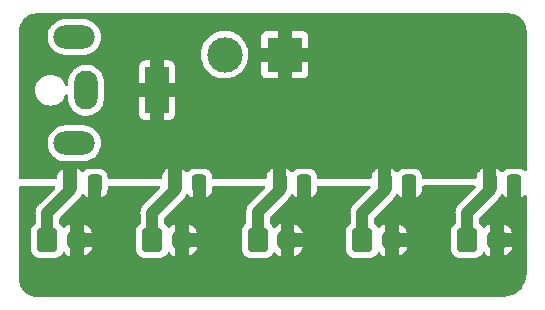
<source format=gtl>
%TF.GenerationSoftware,KiCad,Pcbnew,(6.0.8)*%
%TF.CreationDate,2023-01-24T15:15:15-07:00*%
%TF.ProjectId,Power,506f7765-722e-46b6-9963-61645f706362,rev?*%
%TF.SameCoordinates,Original*%
%TF.FileFunction,Copper,L1,Top*%
%TF.FilePolarity,Positive*%
%FSLAX46Y46*%
G04 Gerber Fmt 4.6, Leading zero omitted, Abs format (unit mm)*
G04 Created by KiCad (PCBNEW (6.0.8)) date 2023-01-24 15:15:15*
%MOMM*%
%LPD*%
G01*
G04 APERTURE LIST*
G04 Aperture macros list*
%AMRoundRect*
0 Rectangle with rounded corners*
0 $1 Rounding radius*
0 $2 $3 $4 $5 $6 $7 $8 $9 X,Y pos of 4 corners*
0 Add a 4 corners polygon primitive as box body*
4,1,4,$2,$3,$4,$5,$6,$7,$8,$9,$2,$3,0*
0 Add four circle primitives for the rounded corners*
1,1,$1+$1,$2,$3*
1,1,$1+$1,$4,$5*
1,1,$1+$1,$6,$7*
1,1,$1+$1,$8,$9*
0 Add four rect primitives between the rounded corners*
20,1,$1+$1,$2,$3,$4,$5,0*
20,1,$1+$1,$4,$5,$6,$7,0*
20,1,$1+$1,$6,$7,$8,$9,0*
20,1,$1+$1,$8,$9,$2,$3,0*%
G04 Aperture macros list end*
%TA.AperFunction,ComponentPad*%
%ADD10O,1.700000X2.000000*%
%TD*%
%TA.AperFunction,ComponentPad*%
%ADD11RoundRect,0.250000X-0.600000X-0.750000X0.600000X-0.750000X0.600000X0.750000X-0.600000X0.750000X0*%
%TD*%
%TA.AperFunction,SMDPad,CuDef*%
%ADD12RoundRect,0.250000X-0.337500X-0.475000X0.337500X-0.475000X0.337500X0.475000X-0.337500X0.475000X0*%
%TD*%
%TA.AperFunction,ComponentPad*%
%ADD13R,2.000000X4.000000*%
%TD*%
%TA.AperFunction,ComponentPad*%
%ADD14O,2.000000X3.300000*%
%TD*%
%TA.AperFunction,ComponentPad*%
%ADD15O,3.500000X2.000000*%
%TD*%
%TA.AperFunction,ComponentPad*%
%ADD16R,3.000000X3.000000*%
%TD*%
%TA.AperFunction,ComponentPad*%
%ADD17C,3.000000*%
%TD*%
%TA.AperFunction,Conductor*%
%ADD18C,1.000000*%
%TD*%
G04 APERTURE END LIST*
D10*
%TO.P,J7,2,Pin_2*%
%TO.N,GND*%
X152482500Y-103700000D03*
D11*
%TO.P,J7,1,Pin_1*%
%TO.N,+5V*%
X149982500Y-103700000D03*
%TD*%
D10*
%TO.P,J6,2,Pin_2*%
%TO.N,GND*%
X143592500Y-103700000D03*
D11*
%TO.P,J6,1,Pin_1*%
%TO.N,+5V*%
X141092500Y-103700000D03*
%TD*%
D10*
%TO.P,J5,2,Pin_2*%
%TO.N,GND*%
X134742500Y-103700000D03*
D11*
%TO.P,J5,1,Pin_1*%
%TO.N,+5V*%
X132242500Y-103700000D03*
%TD*%
D10*
%TO.P,J4,2,Pin_2*%
%TO.N,GND*%
X125812500Y-103700000D03*
D11*
%TO.P,J4,1,Pin_1*%
%TO.N,+5V*%
X123312500Y-103700000D03*
%TD*%
D10*
%TO.P,J3,2,Pin_2*%
%TO.N,GND*%
X116922500Y-103700000D03*
D11*
%TO.P,J3,1,Pin_1*%
%TO.N,+5V*%
X114422500Y-103700000D03*
%TD*%
D12*
%TO.P,C1,1*%
%TO.N,+5V*%
X116344000Y-98874000D03*
%TO.P,C1,2*%
%TO.N,GND*%
X118419000Y-98874000D03*
%TD*%
D13*
%TO.P,J2,1*%
%TO.N,+5V*%
X123700000Y-91000000D03*
D14*
%TO.P,J2,2*%
%TO.N,GND*%
X117700000Y-91000000D03*
D15*
%TO.P,J2,MP*%
X116700000Y-95500000D03*
X116700000Y-86500000D03*
%TD*%
D12*
%TO.P,C2,1*%
%TO.N,+5V*%
X125212500Y-98874000D03*
%TO.P,C2,2*%
%TO.N,GND*%
X127287500Y-98874000D03*
%TD*%
%TO.P,C4,1*%
%TO.N,+5V*%
X151861000Y-98874000D03*
%TO.P,C4,2*%
%TO.N,GND*%
X153936000Y-98874000D03*
%TD*%
D16*
%TO.P,J1,1,Pin_1*%
%TO.N,+5V*%
X134510000Y-88000000D03*
D17*
%TO.P,J1,2,Pin_2*%
%TO.N,GND*%
X129430000Y-88000000D03*
%TD*%
D12*
%TO.P,C3,1*%
%TO.N,+5V*%
X134081000Y-98874000D03*
%TO.P,C3,2*%
%TO.N,GND*%
X136156000Y-98874000D03*
%TD*%
%TO.P,C5,1*%
%TO.N,+5V*%
X142971000Y-98874000D03*
%TO.P,C5,2*%
%TO.N,GND*%
X145046000Y-98874000D03*
%TD*%
D18*
%TO.N,+5V*%
X151861000Y-99492500D02*
X151861000Y-98874000D01*
X149982500Y-101371000D02*
X151861000Y-99492500D01*
X149982500Y-103700000D02*
X149982500Y-101371000D01*
X141092500Y-101371000D02*
X142971000Y-99492500D01*
X142971000Y-99492500D02*
X142971000Y-98874000D01*
X141092500Y-103700000D02*
X141092500Y-101371000D01*
X134081000Y-99492500D02*
X134081000Y-98874000D01*
X132242500Y-101331000D02*
X134081000Y-99492500D01*
X132242500Y-103700000D02*
X132242500Y-101331000D01*
X125212500Y-99492500D02*
X125212500Y-98874000D01*
X123312500Y-101392500D02*
X125212500Y-99492500D01*
X123312500Y-103700000D02*
X123312500Y-101392500D01*
X116344000Y-99492500D02*
X116344000Y-98874000D01*
X114422500Y-101414000D02*
X116344000Y-99492500D01*
X114422500Y-103700000D02*
X114422500Y-101414000D01*
%TD*%
%TA.AperFunction,Conductor*%
%TO.N,GND*%
G36*
X154516000Y-100049080D02*
G01*
X154519973Y-100062611D01*
X154526799Y-100063592D01*
X154590284Y-100042412D01*
X154603462Y-100036239D01*
X154741307Y-99950937D01*
X154752708Y-99941901D01*
X154776327Y-99918241D01*
X154838610Y-99884162D01*
X154909430Y-99889165D01*
X154966303Y-99931663D01*
X154991171Y-99998161D01*
X154991500Y-100007259D01*
X154991500Y-106450633D01*
X154990000Y-106470018D01*
X154987690Y-106484851D01*
X154987690Y-106484855D01*
X154986309Y-106493724D01*
X154988439Y-106510010D01*
X154989233Y-106534590D01*
X154975002Y-106751701D01*
X154972851Y-106768041D01*
X154934592Y-106960386D01*
X154925252Y-107007340D01*
X154920986Y-107023260D01*
X154842561Y-107254292D01*
X154836254Y-107269519D01*
X154728343Y-107488342D01*
X154720102Y-107502616D01*
X154584553Y-107705478D01*
X154574520Y-107718553D01*
X154413648Y-107901993D01*
X154401993Y-107913648D01*
X154218553Y-108074520D01*
X154205478Y-108084553D01*
X154002616Y-108220102D01*
X153988342Y-108228343D01*
X153769519Y-108336254D01*
X153754292Y-108342561D01*
X153712593Y-108356716D01*
X153523257Y-108420987D01*
X153507343Y-108425251D01*
X153387691Y-108449051D01*
X153268041Y-108472851D01*
X153251701Y-108475002D01*
X153110437Y-108484262D01*
X153041763Y-108488763D01*
X153018650Y-108487733D01*
X153015146Y-108487690D01*
X153006276Y-108486309D01*
X152997374Y-108487473D01*
X152997372Y-108487473D01*
X152982323Y-108489441D01*
X152974714Y-108490436D01*
X152958379Y-108491500D01*
X113549367Y-108491500D01*
X113529982Y-108490000D01*
X113515149Y-108487690D01*
X113515145Y-108487690D01*
X113506276Y-108486309D01*
X113491019Y-108488304D01*
X113465698Y-108489047D01*
X113296715Y-108476961D01*
X113278936Y-108474404D01*
X113088607Y-108433001D01*
X113071359Y-108427937D01*
X112888850Y-108359864D01*
X112872498Y-108352396D01*
X112701542Y-108259048D01*
X112686418Y-108249328D01*
X112530486Y-108132598D01*
X112516900Y-108120825D01*
X112379175Y-107983100D01*
X112367402Y-107969514D01*
X112250672Y-107813582D01*
X112240952Y-107798458D01*
X112147604Y-107627502D01*
X112140136Y-107611150D01*
X112072063Y-107428641D01*
X112066999Y-107411392D01*
X112034525Y-107262114D01*
X112025596Y-107221064D01*
X112023038Y-107203278D01*
X112011719Y-107045012D01*
X112012805Y-107022245D01*
X112012334Y-107022203D01*
X112012770Y-107017345D01*
X112013576Y-107012552D01*
X112013729Y-107000000D01*
X112009773Y-106972376D01*
X112008500Y-106954514D01*
X112008500Y-99245143D01*
X112028502Y-99177022D01*
X112082158Y-99130529D01*
X112134328Y-99119143D01*
X112529169Y-99118605D01*
X114990655Y-99115248D01*
X115058803Y-99135157D01*
X115105369Y-99188749D01*
X115115569Y-99259010D01*
X115086164Y-99323631D01*
X115079922Y-99330343D01*
X113753121Y-100657145D01*
X113742978Y-100666247D01*
X113713475Y-100689968D01*
X113699250Y-100706921D01*
X113681209Y-100728421D01*
X113678028Y-100732069D01*
X113676385Y-100733881D01*
X113674191Y-100736075D01*
X113646858Y-100769349D01*
X113646196Y-100770147D01*
X113586346Y-100841474D01*
X113583778Y-100846144D01*
X113580397Y-100850261D01*
X113559235Y-100889728D01*
X113536523Y-100932086D01*
X113535894Y-100933245D01*
X113494038Y-101009381D01*
X113494035Y-101009389D01*
X113491067Y-101014787D01*
X113489455Y-101019869D01*
X113486938Y-101024563D01*
X113459738Y-101113531D01*
X113459418Y-101114559D01*
X113431265Y-101203306D01*
X113430671Y-101208602D01*
X113429113Y-101213698D01*
X113421769Y-101285999D01*
X113419718Y-101306187D01*
X113419589Y-101307393D01*
X113414000Y-101357227D01*
X113414000Y-101360754D01*
X113413945Y-101361739D01*
X113413498Y-101367419D01*
X113409126Y-101410462D01*
X113410497Y-101424967D01*
X113413441Y-101456109D01*
X113414000Y-101467967D01*
X113414000Y-102240572D01*
X113393998Y-102308693D01*
X113359612Y-102342495D01*
X113360112Y-102343125D01*
X113354380Y-102347668D01*
X113348152Y-102351522D01*
X113223195Y-102476697D01*
X113219355Y-102482927D01*
X113219354Y-102482928D01*
X113149454Y-102596327D01*
X113130385Y-102627262D01*
X113074703Y-102795139D01*
X113064000Y-102899600D01*
X113064000Y-104500400D01*
X113074974Y-104606166D01*
X113130950Y-104773946D01*
X113224022Y-104924348D01*
X113349197Y-105049305D01*
X113355427Y-105053145D01*
X113355428Y-105053146D01*
X113492590Y-105137694D01*
X113499762Y-105142115D01*
X113579505Y-105168564D01*
X113661111Y-105195632D01*
X113661113Y-105195632D01*
X113667639Y-105197797D01*
X113674475Y-105198497D01*
X113674478Y-105198498D01*
X113717531Y-105202909D01*
X113772100Y-105208500D01*
X115072900Y-105208500D01*
X115076146Y-105208163D01*
X115076150Y-105208163D01*
X115171808Y-105198238D01*
X115171812Y-105198237D01*
X115178666Y-105197526D01*
X115185202Y-105195345D01*
X115185204Y-105195345D01*
X115317306Y-105151272D01*
X115346446Y-105141550D01*
X115496848Y-105048478D01*
X115621805Y-104923303D01*
X115711853Y-104777220D01*
X115764624Y-104729727D01*
X115834696Y-104718303D01*
X115899820Y-104746577D01*
X115910282Y-104756364D01*
X116015734Y-104866906D01*
X116023686Y-104873941D01*
X116200025Y-105005141D01*
X116209062Y-105010745D01*
X116326353Y-105070379D01*
X116340213Y-105072969D01*
X116342181Y-105070172D01*
X116342500Y-105068243D01*
X116342500Y-105062927D01*
X117502500Y-105062927D01*
X117506473Y-105076458D01*
X117512070Y-105077263D01*
X117523529Y-105072737D01*
X117533061Y-105068006D01*
X117720962Y-104953984D01*
X117729552Y-104947720D01*
X117895552Y-104803673D01*
X117902972Y-104796042D01*
X118042326Y-104626089D01*
X118048350Y-104617322D01*
X118157076Y-104426318D01*
X118161541Y-104416654D01*
X118204963Y-104297028D01*
X118205845Y-104282955D01*
X118200319Y-104280000D01*
X117520615Y-104280000D01*
X117505376Y-104284475D01*
X117504171Y-104285865D01*
X117502500Y-104293548D01*
X117502500Y-105062927D01*
X116342500Y-105062927D01*
X116342500Y-103101885D01*
X117502500Y-103101885D01*
X117506975Y-103117124D01*
X117508365Y-103118329D01*
X117516048Y-103120000D01*
X118195806Y-103120000D01*
X118209337Y-103116027D01*
X118210603Y-103107217D01*
X118209369Y-103102459D01*
X118205837Y-103092431D01*
X118115563Y-102892030D01*
X118110394Y-102882744D01*
X117987650Y-102700425D01*
X117980981Y-102692130D01*
X117829272Y-102533100D01*
X117821314Y-102526059D01*
X117644975Y-102394859D01*
X117635938Y-102389255D01*
X117518647Y-102329621D01*
X117504787Y-102327031D01*
X117502819Y-102329828D01*
X117502500Y-102331757D01*
X117502500Y-103101885D01*
X116342500Y-103101885D01*
X116342500Y-102337073D01*
X116338527Y-102323542D01*
X116332930Y-102322737D01*
X116321471Y-102327263D01*
X116311939Y-102331994D01*
X116124038Y-102446016D01*
X116115448Y-102452280D01*
X115949448Y-102596327D01*
X115942030Y-102603956D01*
X115916109Y-102635569D01*
X115857449Y-102675564D01*
X115786479Y-102677496D01*
X115725730Y-102640752D01*
X115711530Y-102621982D01*
X115624832Y-102481880D01*
X115620978Y-102475652D01*
X115495803Y-102350695D01*
X115489572Y-102346854D01*
X115483827Y-102342317D01*
X115484877Y-102340987D01*
X115443392Y-102294893D01*
X115431000Y-102240403D01*
X115431000Y-101883925D01*
X115451002Y-101815804D01*
X115467905Y-101794830D01*
X117013379Y-100249355D01*
X117023522Y-100240253D01*
X117048218Y-100220397D01*
X117053025Y-100216532D01*
X117085320Y-100178044D01*
X117088478Y-100174425D01*
X117090124Y-100172610D01*
X117092309Y-100170425D01*
X117094264Y-100168045D01*
X117094273Y-100168035D01*
X117119549Y-100137264D01*
X117120391Y-100136249D01*
X117176194Y-100069745D01*
X117176195Y-100069744D01*
X117180154Y-100065026D01*
X117182723Y-100060352D01*
X117186102Y-100056239D01*
X117196516Y-100036818D01*
X117229955Y-99974453D01*
X117230584Y-99973293D01*
X117272464Y-99897114D01*
X117272465Y-99897111D01*
X117275433Y-99891713D01*
X117277045Y-99886631D01*
X117279562Y-99881937D01*
X117281366Y-99876037D01*
X117283731Y-99870355D01*
X117286236Y-99871398D01*
X117318880Y-99821887D01*
X117383801Y-99793152D01*
X117453952Y-99804078D01*
X117489290Y-99828898D01*
X117603329Y-99942739D01*
X117614740Y-99951751D01*
X117752745Y-100036818D01*
X117765922Y-100042962D01*
X117821806Y-100061498D01*
X117835898Y-100061987D01*
X117839000Y-100055775D01*
X117839000Y-99111363D01*
X118999000Y-99109781D01*
X118999000Y-100049080D01*
X119002973Y-100062611D01*
X119009799Y-100063592D01*
X119073284Y-100042412D01*
X119086462Y-100036239D01*
X119224307Y-99950937D01*
X119235708Y-99941901D01*
X119350239Y-99827171D01*
X119359251Y-99815760D01*
X119444316Y-99677757D01*
X119450463Y-99664576D01*
X119501638Y-99510290D01*
X119504505Y-99496914D01*
X119514172Y-99402562D01*
X119514500Y-99396146D01*
X119514500Y-99234906D01*
X119534502Y-99166785D01*
X119588158Y-99120292D01*
X119640327Y-99108906D01*
X123385977Y-99103798D01*
X123871268Y-99103136D01*
X123939416Y-99123045D01*
X123985982Y-99176637D01*
X123996182Y-99246898D01*
X123966777Y-99311519D01*
X123960535Y-99318231D01*
X122643121Y-100635645D01*
X122632978Y-100644747D01*
X122603475Y-100668468D01*
X122587757Y-100687200D01*
X122571209Y-100706921D01*
X122568028Y-100710569D01*
X122566385Y-100712381D01*
X122564191Y-100714575D01*
X122536858Y-100747849D01*
X122536196Y-100748647D01*
X122476346Y-100819974D01*
X122473778Y-100824644D01*
X122470397Y-100828761D01*
X122439360Y-100886645D01*
X122426523Y-100910586D01*
X122425894Y-100911745D01*
X122384038Y-100987881D01*
X122384035Y-100987889D01*
X122381067Y-100993287D01*
X122379455Y-100998369D01*
X122376938Y-101003063D01*
X122349738Y-101092031D01*
X122349418Y-101093059D01*
X122321265Y-101181806D01*
X122320671Y-101187102D01*
X122319113Y-101192198D01*
X122310781Y-101274227D01*
X122309718Y-101284687D01*
X122309589Y-101285893D01*
X122304000Y-101335727D01*
X122304000Y-101339254D01*
X122303945Y-101340239D01*
X122303498Y-101345919D01*
X122299126Y-101388962D01*
X122301409Y-101413109D01*
X122303441Y-101434609D01*
X122304000Y-101446467D01*
X122304000Y-102240572D01*
X122283998Y-102308693D01*
X122249612Y-102342495D01*
X122250112Y-102343125D01*
X122244380Y-102347668D01*
X122238152Y-102351522D01*
X122113195Y-102476697D01*
X122109355Y-102482927D01*
X122109354Y-102482928D01*
X122039454Y-102596327D01*
X122020385Y-102627262D01*
X121964703Y-102795139D01*
X121954000Y-102899600D01*
X121954000Y-104500400D01*
X121964974Y-104606166D01*
X122020950Y-104773946D01*
X122114022Y-104924348D01*
X122239197Y-105049305D01*
X122245427Y-105053145D01*
X122245428Y-105053146D01*
X122382590Y-105137694D01*
X122389762Y-105142115D01*
X122469505Y-105168564D01*
X122551111Y-105195632D01*
X122551113Y-105195632D01*
X122557639Y-105197797D01*
X122564475Y-105198497D01*
X122564478Y-105198498D01*
X122607531Y-105202909D01*
X122662100Y-105208500D01*
X123962900Y-105208500D01*
X123966146Y-105208163D01*
X123966150Y-105208163D01*
X124061808Y-105198238D01*
X124061812Y-105198237D01*
X124068666Y-105197526D01*
X124075202Y-105195345D01*
X124075204Y-105195345D01*
X124207306Y-105151272D01*
X124236446Y-105141550D01*
X124386848Y-105048478D01*
X124511805Y-104923303D01*
X124601853Y-104777220D01*
X124654624Y-104729727D01*
X124724696Y-104718303D01*
X124789820Y-104746577D01*
X124800282Y-104756364D01*
X124905734Y-104866906D01*
X124913686Y-104873941D01*
X125090025Y-105005141D01*
X125099062Y-105010745D01*
X125216353Y-105070379D01*
X125230213Y-105072969D01*
X125232181Y-105070172D01*
X125232500Y-105068243D01*
X125232500Y-105062927D01*
X126392500Y-105062927D01*
X126396473Y-105076458D01*
X126402070Y-105077263D01*
X126413529Y-105072737D01*
X126423061Y-105068006D01*
X126610962Y-104953984D01*
X126619552Y-104947720D01*
X126785552Y-104803673D01*
X126792972Y-104796042D01*
X126932326Y-104626089D01*
X126938350Y-104617322D01*
X127047076Y-104426318D01*
X127051541Y-104416654D01*
X127094963Y-104297028D01*
X127095845Y-104282955D01*
X127090319Y-104280000D01*
X126410615Y-104280000D01*
X126395376Y-104284475D01*
X126394171Y-104285865D01*
X126392500Y-104293548D01*
X126392500Y-105062927D01*
X125232500Y-105062927D01*
X125232500Y-103101885D01*
X126392500Y-103101885D01*
X126396975Y-103117124D01*
X126398365Y-103118329D01*
X126406048Y-103120000D01*
X127085806Y-103120000D01*
X127099337Y-103116027D01*
X127100603Y-103107217D01*
X127099369Y-103102459D01*
X127095837Y-103092431D01*
X127005563Y-102892030D01*
X127000394Y-102882744D01*
X126877650Y-102700425D01*
X126870981Y-102692130D01*
X126719272Y-102533100D01*
X126711314Y-102526059D01*
X126534975Y-102394859D01*
X126525938Y-102389255D01*
X126408647Y-102329621D01*
X126394787Y-102327031D01*
X126392819Y-102329828D01*
X126392500Y-102331757D01*
X126392500Y-103101885D01*
X125232500Y-103101885D01*
X125232500Y-102337073D01*
X125228527Y-102323542D01*
X125222930Y-102322737D01*
X125211471Y-102327263D01*
X125201939Y-102331994D01*
X125014038Y-102446016D01*
X125005448Y-102452280D01*
X124839448Y-102596327D01*
X124832030Y-102603956D01*
X124806109Y-102635569D01*
X124747449Y-102675564D01*
X124676479Y-102677496D01*
X124615730Y-102640752D01*
X124601530Y-102621982D01*
X124514832Y-102481880D01*
X124510978Y-102475652D01*
X124385803Y-102350695D01*
X124379572Y-102346854D01*
X124373827Y-102342317D01*
X124374877Y-102340987D01*
X124333392Y-102294893D01*
X124321000Y-102240403D01*
X124321000Y-101862425D01*
X124341002Y-101794304D01*
X124357905Y-101773330D01*
X125881879Y-100249355D01*
X125892022Y-100240253D01*
X125916718Y-100220397D01*
X125921525Y-100216532D01*
X125953792Y-100178078D01*
X125956972Y-100174431D01*
X125958615Y-100172619D01*
X125960809Y-100170425D01*
X125988142Y-100137151D01*
X125988848Y-100136300D01*
X126044695Y-100069744D01*
X126048654Y-100065026D01*
X126051222Y-100060356D01*
X126054603Y-100056239D01*
X126098515Y-99974342D01*
X126099124Y-99973220D01*
X126140966Y-99897111D01*
X126140968Y-99897106D01*
X126143933Y-99891713D01*
X126145544Y-99886635D01*
X126148063Y-99881937D01*
X126149863Y-99876049D01*
X126152230Y-99870362D01*
X126154762Y-99871416D01*
X126187255Y-99821993D01*
X126252139Y-99793174D01*
X126322304Y-99804008D01*
X126357790Y-99828898D01*
X126471829Y-99942739D01*
X126483240Y-99951751D01*
X126621245Y-100036818D01*
X126634422Y-100042962D01*
X126690306Y-100061498D01*
X126704398Y-100061987D01*
X126707500Y-100055775D01*
X126707500Y-99099268D01*
X127867500Y-99097686D01*
X127867500Y-100049080D01*
X127871473Y-100062611D01*
X127878299Y-100063592D01*
X127941784Y-100042412D01*
X127954962Y-100036239D01*
X128092807Y-99950937D01*
X128104208Y-99941901D01*
X128218739Y-99827171D01*
X128227751Y-99815760D01*
X128312816Y-99677757D01*
X128318963Y-99664576D01*
X128370138Y-99510290D01*
X128373005Y-99496914D01*
X128382672Y-99402562D01*
X128383000Y-99396146D01*
X128383000Y-99222811D01*
X128403002Y-99154690D01*
X128456658Y-99108197D01*
X128508827Y-99096811D01*
X129411557Y-99095580D01*
X132751879Y-99091025D01*
X132820027Y-99110934D01*
X132866593Y-99164526D01*
X132876793Y-99234787D01*
X132847388Y-99299408D01*
X132841146Y-99306120D01*
X131573121Y-100574145D01*
X131562978Y-100583247D01*
X131533475Y-100606968D01*
X131529508Y-100611696D01*
X131501209Y-100645421D01*
X131498028Y-100649069D01*
X131496385Y-100650881D01*
X131494191Y-100653075D01*
X131466858Y-100686349D01*
X131466196Y-100687147D01*
X131406346Y-100758474D01*
X131403778Y-100763144D01*
X131400397Y-100767261D01*
X131378849Y-100807449D01*
X131356523Y-100849086D01*
X131355894Y-100850245D01*
X131314038Y-100926381D01*
X131314035Y-100926389D01*
X131311067Y-100931787D01*
X131309455Y-100936869D01*
X131306938Y-100941563D01*
X131279761Y-101030456D01*
X131279418Y-101031559D01*
X131251265Y-101120306D01*
X131250671Y-101125602D01*
X131249113Y-101130698D01*
X131240059Y-101219834D01*
X131239718Y-101223187D01*
X131239589Y-101224393D01*
X131234000Y-101274227D01*
X131234000Y-101277754D01*
X131233945Y-101278739D01*
X131233498Y-101284419D01*
X131229126Y-101327462D01*
X131231609Y-101353730D01*
X131233441Y-101373109D01*
X131234000Y-101384967D01*
X131234000Y-102240572D01*
X131213998Y-102308693D01*
X131179612Y-102342495D01*
X131180112Y-102343125D01*
X131174380Y-102347668D01*
X131168152Y-102351522D01*
X131043195Y-102476697D01*
X131039355Y-102482927D01*
X131039354Y-102482928D01*
X130969454Y-102596327D01*
X130950385Y-102627262D01*
X130894703Y-102795139D01*
X130884000Y-102899600D01*
X130884000Y-104500400D01*
X130894974Y-104606166D01*
X130950950Y-104773946D01*
X131044022Y-104924348D01*
X131169197Y-105049305D01*
X131175427Y-105053145D01*
X131175428Y-105053146D01*
X131312590Y-105137694D01*
X131319762Y-105142115D01*
X131399505Y-105168564D01*
X131481111Y-105195632D01*
X131481113Y-105195632D01*
X131487639Y-105197797D01*
X131494475Y-105198497D01*
X131494478Y-105198498D01*
X131537531Y-105202909D01*
X131592100Y-105208500D01*
X132892900Y-105208500D01*
X132896146Y-105208163D01*
X132896150Y-105208163D01*
X132991808Y-105198238D01*
X132991812Y-105198237D01*
X132998666Y-105197526D01*
X133005202Y-105195345D01*
X133005204Y-105195345D01*
X133137306Y-105151272D01*
X133166446Y-105141550D01*
X133316848Y-105048478D01*
X133441805Y-104923303D01*
X133531853Y-104777220D01*
X133584624Y-104729727D01*
X133654696Y-104718303D01*
X133719820Y-104746577D01*
X133730282Y-104756364D01*
X133835734Y-104866906D01*
X133843686Y-104873941D01*
X134020025Y-105005141D01*
X134029062Y-105010745D01*
X134146353Y-105070379D01*
X134160213Y-105072969D01*
X134162181Y-105070172D01*
X134162500Y-105068243D01*
X134162500Y-105062927D01*
X135322500Y-105062927D01*
X135326473Y-105076458D01*
X135332070Y-105077263D01*
X135343529Y-105072737D01*
X135353061Y-105068006D01*
X135540962Y-104953984D01*
X135549552Y-104947720D01*
X135715552Y-104803673D01*
X135722972Y-104796042D01*
X135862326Y-104626089D01*
X135868350Y-104617322D01*
X135977076Y-104426318D01*
X135981541Y-104416654D01*
X136024963Y-104297028D01*
X136025845Y-104282955D01*
X136020319Y-104280000D01*
X135340615Y-104280000D01*
X135325376Y-104284475D01*
X135324171Y-104285865D01*
X135322500Y-104293548D01*
X135322500Y-105062927D01*
X134162500Y-105062927D01*
X134162500Y-103101885D01*
X135322500Y-103101885D01*
X135326975Y-103117124D01*
X135328365Y-103118329D01*
X135336048Y-103120000D01*
X136015806Y-103120000D01*
X136029337Y-103116027D01*
X136030603Y-103107217D01*
X136029369Y-103102459D01*
X136025837Y-103092431D01*
X135935563Y-102892030D01*
X135930394Y-102882744D01*
X135807650Y-102700425D01*
X135800981Y-102692130D01*
X135649272Y-102533100D01*
X135641314Y-102526059D01*
X135464975Y-102394859D01*
X135455938Y-102389255D01*
X135338647Y-102329621D01*
X135324787Y-102327031D01*
X135322819Y-102329828D01*
X135322500Y-102331757D01*
X135322500Y-103101885D01*
X134162500Y-103101885D01*
X134162500Y-102337073D01*
X134158527Y-102323542D01*
X134152930Y-102322737D01*
X134141471Y-102327263D01*
X134131939Y-102331994D01*
X133944038Y-102446016D01*
X133935448Y-102452280D01*
X133769448Y-102596327D01*
X133762030Y-102603956D01*
X133736109Y-102635569D01*
X133677449Y-102675564D01*
X133606479Y-102677496D01*
X133545730Y-102640752D01*
X133531530Y-102621982D01*
X133444832Y-102481880D01*
X133440978Y-102475652D01*
X133315803Y-102350695D01*
X133309572Y-102346854D01*
X133303827Y-102342317D01*
X133304877Y-102340987D01*
X133263392Y-102294893D01*
X133251000Y-102240403D01*
X133251000Y-101800925D01*
X133271002Y-101732804D01*
X133287905Y-101711830D01*
X134750379Y-100249355D01*
X134760522Y-100240253D01*
X134785218Y-100220397D01*
X134790025Y-100216532D01*
X134822292Y-100178078D01*
X134825472Y-100174431D01*
X134827115Y-100172619D01*
X134829309Y-100170425D01*
X134856642Y-100137151D01*
X134857348Y-100136300D01*
X134913195Y-100069744D01*
X134917154Y-100065026D01*
X134919722Y-100060356D01*
X134923103Y-100056239D01*
X134967015Y-99974342D01*
X134967624Y-99973220D01*
X135009466Y-99897111D01*
X135009468Y-99897106D01*
X135012433Y-99891713D01*
X135014044Y-99886635D01*
X135016563Y-99881937D01*
X135018363Y-99876049D01*
X135020730Y-99870362D01*
X135023262Y-99871416D01*
X135055755Y-99821993D01*
X135120639Y-99793174D01*
X135190804Y-99804008D01*
X135226290Y-99828898D01*
X135340329Y-99942739D01*
X135351740Y-99951751D01*
X135489745Y-100036818D01*
X135502922Y-100042962D01*
X135558806Y-100061498D01*
X135572898Y-100061987D01*
X135576000Y-100055775D01*
X135576000Y-99087173D01*
X136736000Y-99085591D01*
X136736000Y-100049080D01*
X136739973Y-100062611D01*
X136746799Y-100063592D01*
X136810284Y-100042412D01*
X136823462Y-100036239D01*
X136961307Y-99950937D01*
X136972708Y-99941901D01*
X137087239Y-99827171D01*
X137096251Y-99815760D01*
X137181316Y-99677757D01*
X137187463Y-99664576D01*
X137238638Y-99510290D01*
X137241505Y-99496914D01*
X137251172Y-99402562D01*
X137251500Y-99396146D01*
X137251500Y-99210716D01*
X137271502Y-99142595D01*
X137325158Y-99096102D01*
X137377328Y-99084716D01*
X141654022Y-99078883D01*
X141722168Y-99098792D01*
X141768734Y-99152384D01*
X141778934Y-99222645D01*
X141749529Y-99287265D01*
X141743287Y-99293978D01*
X140423121Y-100614145D01*
X140412978Y-100623247D01*
X140383475Y-100646968D01*
X140367298Y-100666247D01*
X140351209Y-100685421D01*
X140348028Y-100689069D01*
X140346385Y-100690881D01*
X140344191Y-100693075D01*
X140316858Y-100726349D01*
X140316196Y-100727147D01*
X140256346Y-100798474D01*
X140253778Y-100803144D01*
X140250397Y-100807261D01*
X140227341Y-100850261D01*
X140206523Y-100889086D01*
X140205894Y-100890245D01*
X140164038Y-100966381D01*
X140164035Y-100966389D01*
X140161067Y-100971787D01*
X140159455Y-100976869D01*
X140156938Y-100981563D01*
X140129738Y-101070531D01*
X140129418Y-101071559D01*
X140101265Y-101160306D01*
X140100671Y-101165602D01*
X140099113Y-101170698D01*
X140093715Y-101223843D01*
X140089718Y-101263187D01*
X140089589Y-101264393D01*
X140087340Y-101284447D01*
X140084755Y-101307499D01*
X140084000Y-101314227D01*
X140084000Y-101317754D01*
X140083945Y-101318739D01*
X140083498Y-101324419D01*
X140079126Y-101367462D01*
X140081738Y-101395093D01*
X140083441Y-101413109D01*
X140084000Y-101424967D01*
X140084000Y-102240572D01*
X140063998Y-102308693D01*
X140029612Y-102342495D01*
X140030112Y-102343125D01*
X140024380Y-102347668D01*
X140018152Y-102351522D01*
X139893195Y-102476697D01*
X139889355Y-102482927D01*
X139889354Y-102482928D01*
X139819454Y-102596327D01*
X139800385Y-102627262D01*
X139744703Y-102795139D01*
X139734000Y-102899600D01*
X139734000Y-104500400D01*
X139744974Y-104606166D01*
X139800950Y-104773946D01*
X139894022Y-104924348D01*
X140019197Y-105049305D01*
X140025427Y-105053145D01*
X140025428Y-105053146D01*
X140162590Y-105137694D01*
X140169762Y-105142115D01*
X140249505Y-105168564D01*
X140331111Y-105195632D01*
X140331113Y-105195632D01*
X140337639Y-105197797D01*
X140344475Y-105198497D01*
X140344478Y-105198498D01*
X140387531Y-105202909D01*
X140442100Y-105208500D01*
X141742900Y-105208500D01*
X141746146Y-105208163D01*
X141746150Y-105208163D01*
X141841808Y-105198238D01*
X141841812Y-105198237D01*
X141848666Y-105197526D01*
X141855202Y-105195345D01*
X141855204Y-105195345D01*
X141987306Y-105151272D01*
X142016446Y-105141550D01*
X142166848Y-105048478D01*
X142291805Y-104923303D01*
X142381853Y-104777220D01*
X142434624Y-104729727D01*
X142504696Y-104718303D01*
X142569820Y-104746577D01*
X142580282Y-104756364D01*
X142685734Y-104866906D01*
X142693686Y-104873941D01*
X142870025Y-105005141D01*
X142879062Y-105010745D01*
X142996353Y-105070379D01*
X143010213Y-105072969D01*
X143012181Y-105070172D01*
X143012500Y-105068243D01*
X143012500Y-105062927D01*
X144172500Y-105062927D01*
X144176473Y-105076458D01*
X144182070Y-105077263D01*
X144193529Y-105072737D01*
X144203061Y-105068006D01*
X144390962Y-104953984D01*
X144399552Y-104947720D01*
X144565552Y-104803673D01*
X144572972Y-104796042D01*
X144712326Y-104626089D01*
X144718350Y-104617322D01*
X144827076Y-104426318D01*
X144831541Y-104416654D01*
X144874963Y-104297028D01*
X144875845Y-104282955D01*
X144870319Y-104280000D01*
X144190615Y-104280000D01*
X144175376Y-104284475D01*
X144174171Y-104285865D01*
X144172500Y-104293548D01*
X144172500Y-105062927D01*
X143012500Y-105062927D01*
X143012500Y-103101885D01*
X144172500Y-103101885D01*
X144176975Y-103117124D01*
X144178365Y-103118329D01*
X144186048Y-103120000D01*
X144865806Y-103120000D01*
X144879337Y-103116027D01*
X144880603Y-103107217D01*
X144879369Y-103102459D01*
X144875837Y-103092431D01*
X144785563Y-102892030D01*
X144780394Y-102882744D01*
X144657650Y-102700425D01*
X144650981Y-102692130D01*
X144499272Y-102533100D01*
X144491314Y-102526059D01*
X144314975Y-102394859D01*
X144305938Y-102389255D01*
X144188647Y-102329621D01*
X144174787Y-102327031D01*
X144172819Y-102329828D01*
X144172500Y-102331757D01*
X144172500Y-103101885D01*
X143012500Y-103101885D01*
X143012500Y-102337073D01*
X143008527Y-102323542D01*
X143002930Y-102322737D01*
X142991471Y-102327263D01*
X142981939Y-102331994D01*
X142794038Y-102446016D01*
X142785448Y-102452280D01*
X142619448Y-102596327D01*
X142612030Y-102603956D01*
X142586109Y-102635569D01*
X142527449Y-102675564D01*
X142456479Y-102677496D01*
X142395730Y-102640752D01*
X142381530Y-102621982D01*
X142294832Y-102481880D01*
X142290978Y-102475652D01*
X142165803Y-102350695D01*
X142159572Y-102346854D01*
X142153827Y-102342317D01*
X142154877Y-102340987D01*
X142113392Y-102294893D01*
X142101000Y-102240403D01*
X142101000Y-101840925D01*
X142121002Y-101772804D01*
X142137905Y-101751830D01*
X143640379Y-100249355D01*
X143650522Y-100240253D01*
X143675218Y-100220397D01*
X143680025Y-100216532D01*
X143712292Y-100178078D01*
X143715472Y-100174431D01*
X143717115Y-100172619D01*
X143719309Y-100170425D01*
X143746642Y-100137151D01*
X143747348Y-100136300D01*
X143803195Y-100069744D01*
X143807154Y-100065026D01*
X143809722Y-100060356D01*
X143813103Y-100056239D01*
X143856995Y-99974380D01*
X143857606Y-99973255D01*
X143899462Y-99897119D01*
X143899465Y-99897111D01*
X143902433Y-99891713D01*
X143904045Y-99886631D01*
X143906562Y-99881937D01*
X143908366Y-99876037D01*
X143910731Y-99870355D01*
X143913236Y-99871398D01*
X143945880Y-99821887D01*
X144010801Y-99793152D01*
X144080952Y-99804078D01*
X144116290Y-99828898D01*
X144230329Y-99942739D01*
X144241740Y-99951751D01*
X144379745Y-100036818D01*
X144392922Y-100042962D01*
X144448806Y-100061498D01*
X144462898Y-100061987D01*
X144466000Y-100055775D01*
X144466000Y-99075048D01*
X145626000Y-99073466D01*
X145626000Y-100049080D01*
X145629973Y-100062611D01*
X145636799Y-100063592D01*
X145700284Y-100042412D01*
X145713462Y-100036239D01*
X145851307Y-99950937D01*
X145862708Y-99941901D01*
X145977239Y-99827171D01*
X145986251Y-99815760D01*
X146071316Y-99677757D01*
X146077463Y-99664576D01*
X146128638Y-99510290D01*
X146131505Y-99496914D01*
X146141172Y-99402562D01*
X146141500Y-99396146D01*
X146141500Y-99198591D01*
X146161502Y-99130470D01*
X146215158Y-99083977D01*
X146267325Y-99072592D01*
X148845579Y-99069075D01*
X150556160Y-99066743D01*
X150624308Y-99086652D01*
X150670874Y-99140244D01*
X150681074Y-99210505D01*
X150651669Y-99275126D01*
X150645427Y-99281838D01*
X149313121Y-100614145D01*
X149302978Y-100623247D01*
X149273475Y-100646968D01*
X149257298Y-100666247D01*
X149241209Y-100685421D01*
X149238028Y-100689069D01*
X149236385Y-100690881D01*
X149234191Y-100693075D01*
X149206858Y-100726349D01*
X149206196Y-100727147D01*
X149146346Y-100798474D01*
X149143778Y-100803144D01*
X149140397Y-100807261D01*
X149117341Y-100850261D01*
X149096523Y-100889086D01*
X149095894Y-100890245D01*
X149054038Y-100966381D01*
X149054035Y-100966389D01*
X149051067Y-100971787D01*
X149049455Y-100976869D01*
X149046938Y-100981563D01*
X149019738Y-101070531D01*
X149019418Y-101071559D01*
X148991265Y-101160306D01*
X148990671Y-101165602D01*
X148989113Y-101170698D01*
X148983715Y-101223843D01*
X148979718Y-101263187D01*
X148979589Y-101264393D01*
X148977340Y-101284447D01*
X148974755Y-101307499D01*
X148974000Y-101314227D01*
X148974000Y-101317754D01*
X148973945Y-101318739D01*
X148973498Y-101324419D01*
X148969126Y-101367462D01*
X148971738Y-101395093D01*
X148973441Y-101413109D01*
X148974000Y-101424967D01*
X148974000Y-102240572D01*
X148953998Y-102308693D01*
X148919612Y-102342495D01*
X148920112Y-102343125D01*
X148914380Y-102347668D01*
X148908152Y-102351522D01*
X148783195Y-102476697D01*
X148779355Y-102482927D01*
X148779354Y-102482928D01*
X148709454Y-102596327D01*
X148690385Y-102627262D01*
X148634703Y-102795139D01*
X148624000Y-102899600D01*
X148624000Y-104500400D01*
X148634974Y-104606166D01*
X148690950Y-104773946D01*
X148784022Y-104924348D01*
X148909197Y-105049305D01*
X148915427Y-105053145D01*
X148915428Y-105053146D01*
X149052590Y-105137694D01*
X149059762Y-105142115D01*
X149139505Y-105168564D01*
X149221111Y-105195632D01*
X149221113Y-105195632D01*
X149227639Y-105197797D01*
X149234475Y-105198497D01*
X149234478Y-105198498D01*
X149277531Y-105202909D01*
X149332100Y-105208500D01*
X150632900Y-105208500D01*
X150636146Y-105208163D01*
X150636150Y-105208163D01*
X150731808Y-105198238D01*
X150731812Y-105198237D01*
X150738666Y-105197526D01*
X150745202Y-105195345D01*
X150745204Y-105195345D01*
X150877306Y-105151272D01*
X150906446Y-105141550D01*
X151056848Y-105048478D01*
X151181805Y-104923303D01*
X151271853Y-104777220D01*
X151324624Y-104729727D01*
X151394696Y-104718303D01*
X151459820Y-104746577D01*
X151470282Y-104756364D01*
X151575734Y-104866906D01*
X151583686Y-104873941D01*
X151760025Y-105005141D01*
X151769062Y-105010745D01*
X151886353Y-105070379D01*
X151900213Y-105072969D01*
X151902181Y-105070172D01*
X151902500Y-105068243D01*
X151902500Y-105062927D01*
X153062500Y-105062927D01*
X153066473Y-105076458D01*
X153072070Y-105077263D01*
X153083529Y-105072737D01*
X153093061Y-105068006D01*
X153280962Y-104953984D01*
X153289552Y-104947720D01*
X153455552Y-104803673D01*
X153462972Y-104796042D01*
X153602326Y-104626089D01*
X153608350Y-104617322D01*
X153717076Y-104426318D01*
X153721541Y-104416654D01*
X153764963Y-104297028D01*
X153765845Y-104282955D01*
X153760319Y-104280000D01*
X153080615Y-104280000D01*
X153065376Y-104284475D01*
X153064171Y-104285865D01*
X153062500Y-104293548D01*
X153062500Y-105062927D01*
X151902500Y-105062927D01*
X151902500Y-103101885D01*
X153062500Y-103101885D01*
X153066975Y-103117124D01*
X153068365Y-103118329D01*
X153076048Y-103120000D01*
X153755806Y-103120000D01*
X153769337Y-103116027D01*
X153770603Y-103107217D01*
X153769369Y-103102459D01*
X153765837Y-103092431D01*
X153675563Y-102892030D01*
X153670394Y-102882744D01*
X153547650Y-102700425D01*
X153540981Y-102692130D01*
X153389272Y-102533100D01*
X153381314Y-102526059D01*
X153204975Y-102394859D01*
X153195938Y-102389255D01*
X153078647Y-102329621D01*
X153064787Y-102327031D01*
X153062819Y-102329828D01*
X153062500Y-102331757D01*
X153062500Y-103101885D01*
X151902500Y-103101885D01*
X151902500Y-102337073D01*
X151898527Y-102323542D01*
X151892930Y-102322737D01*
X151881471Y-102327263D01*
X151871939Y-102331994D01*
X151684038Y-102446016D01*
X151675448Y-102452280D01*
X151509448Y-102596327D01*
X151502030Y-102603956D01*
X151476109Y-102635569D01*
X151417449Y-102675564D01*
X151346479Y-102677496D01*
X151285730Y-102640752D01*
X151271530Y-102621982D01*
X151184832Y-102481880D01*
X151180978Y-102475652D01*
X151055803Y-102350695D01*
X151049572Y-102346854D01*
X151043827Y-102342317D01*
X151044877Y-102340987D01*
X151003392Y-102294893D01*
X150991000Y-102240403D01*
X150991000Y-101840925D01*
X151011002Y-101772804D01*
X151027905Y-101751830D01*
X152530379Y-100249355D01*
X152540522Y-100240253D01*
X152565218Y-100220397D01*
X152570025Y-100216532D01*
X152602292Y-100178078D01*
X152605472Y-100174431D01*
X152607115Y-100172619D01*
X152609309Y-100170425D01*
X152636642Y-100137151D01*
X152637348Y-100136300D01*
X152693195Y-100069744D01*
X152697154Y-100065026D01*
X152699722Y-100060356D01*
X152703103Y-100056239D01*
X152746995Y-99974380D01*
X152747606Y-99973255D01*
X152789462Y-99897119D01*
X152789465Y-99897111D01*
X152792433Y-99891713D01*
X152794045Y-99886631D01*
X152796562Y-99881937D01*
X152798366Y-99876037D01*
X152800731Y-99870355D01*
X152803236Y-99871398D01*
X152835880Y-99821887D01*
X152900801Y-99793152D01*
X152970952Y-99804078D01*
X153006290Y-99828898D01*
X153120329Y-99942739D01*
X153131740Y-99951751D01*
X153269745Y-100036818D01*
X153282922Y-100042962D01*
X153338806Y-100061498D01*
X153352898Y-100061987D01*
X153356000Y-100055775D01*
X153356000Y-99062924D01*
X154516000Y-99061342D01*
X154516000Y-100049080D01*
G37*
%TD.AperFunction*%
%TD*%
%TA.AperFunction,Conductor*%
%TO.N,+5V*%
G36*
X153470018Y-84510000D02*
G01*
X153484851Y-84512310D01*
X153484855Y-84512310D01*
X153493724Y-84513691D01*
X153508981Y-84511696D01*
X153534302Y-84510953D01*
X153703285Y-84523039D01*
X153721064Y-84525596D01*
X153911392Y-84566999D01*
X153928641Y-84572063D01*
X154111150Y-84640136D01*
X154127502Y-84647604D01*
X154298458Y-84740952D01*
X154313582Y-84750672D01*
X154469514Y-84867402D01*
X154483100Y-84879175D01*
X154620825Y-85016900D01*
X154632598Y-85030486D01*
X154749328Y-85186418D01*
X154759048Y-85201542D01*
X154852396Y-85372498D01*
X154859864Y-85388850D01*
X154927937Y-85571359D01*
X154933001Y-85588607D01*
X154974404Y-85778936D01*
X154976961Y-85796715D01*
X154988540Y-85958601D01*
X154987793Y-85976565D01*
X154987692Y-85984845D01*
X154986309Y-85993724D01*
X154988136Y-86007693D01*
X154990436Y-86025283D01*
X154991500Y-86041621D01*
X154991500Y-97740149D01*
X154971498Y-97808270D01*
X154917842Y-97854763D01*
X154847568Y-97864867D01*
X154782988Y-97835373D01*
X154776483Y-97829323D01*
X154751984Y-97804867D01*
X154751983Y-97804866D01*
X154746803Y-97799695D01*
X154650202Y-97740149D01*
X154602468Y-97710725D01*
X154602466Y-97710724D01*
X154596238Y-97706885D01*
X154435754Y-97653655D01*
X154434889Y-97653368D01*
X154434887Y-97653368D01*
X154428361Y-97651203D01*
X154421525Y-97650503D01*
X154421522Y-97650502D01*
X154378469Y-97646091D01*
X154323900Y-97640500D01*
X153548100Y-97640500D01*
X153544854Y-97640837D01*
X153544850Y-97640837D01*
X153449192Y-97650762D01*
X153449188Y-97650763D01*
X153442334Y-97651474D01*
X153435798Y-97653655D01*
X153435796Y-97653655D01*
X153320189Y-97692225D01*
X153274554Y-97707450D01*
X153124152Y-97800522D01*
X152999195Y-97925697D01*
X152996398Y-97930235D01*
X152939147Y-97970824D01*
X152868224Y-97974054D01*
X152806813Y-97938428D01*
X152799438Y-97929932D01*
X152791402Y-97919793D01*
X152676671Y-97805261D01*
X152665260Y-97796249D01*
X152527255Y-97711182D01*
X152514078Y-97705038D01*
X152458194Y-97686502D01*
X152444102Y-97686013D01*
X152441000Y-97692225D01*
X152441000Y-98519600D01*
X151281000Y-98519600D01*
X151281000Y-97698920D01*
X151277027Y-97685389D01*
X151270201Y-97684408D01*
X151206716Y-97705588D01*
X151193538Y-97711761D01*
X151055693Y-97797063D01*
X151044292Y-97806099D01*
X150929761Y-97920829D01*
X150920749Y-97932240D01*
X150835684Y-98070243D01*
X150829537Y-98083424D01*
X150778362Y-98237710D01*
X150775495Y-98251086D01*
X150765828Y-98345438D01*
X150765500Y-98351855D01*
X150765500Y-98393600D01*
X150745498Y-98461721D01*
X150691842Y-98508214D01*
X150639500Y-98519600D01*
X146268000Y-98519600D01*
X146199879Y-98499598D01*
X146153386Y-98445942D01*
X146142000Y-98393600D01*
X146142000Y-98348600D01*
X146141663Y-98345350D01*
X146131738Y-98249692D01*
X146131737Y-98249688D01*
X146131026Y-98242834D01*
X146075050Y-98075054D01*
X145981978Y-97924652D01*
X145856803Y-97799695D01*
X145760202Y-97740149D01*
X145712468Y-97710725D01*
X145712466Y-97710724D01*
X145706238Y-97706885D01*
X145545754Y-97653655D01*
X145544889Y-97653368D01*
X145544887Y-97653368D01*
X145538361Y-97651203D01*
X145531525Y-97650503D01*
X145531522Y-97650502D01*
X145488469Y-97646091D01*
X145433900Y-97640500D01*
X144658100Y-97640500D01*
X144654854Y-97640837D01*
X144654850Y-97640837D01*
X144559192Y-97650762D01*
X144559188Y-97650763D01*
X144552334Y-97651474D01*
X144545798Y-97653655D01*
X144545796Y-97653655D01*
X144430189Y-97692225D01*
X144384554Y-97707450D01*
X144234152Y-97800522D01*
X144109195Y-97925697D01*
X144106398Y-97930235D01*
X144049147Y-97970824D01*
X143978224Y-97974054D01*
X143916813Y-97938428D01*
X143909438Y-97929932D01*
X143901402Y-97919793D01*
X143786671Y-97805261D01*
X143775260Y-97796249D01*
X143637255Y-97711182D01*
X143624078Y-97705038D01*
X143568194Y-97686502D01*
X143554102Y-97686013D01*
X143551000Y-97692225D01*
X143551000Y-98519600D01*
X142391000Y-98519600D01*
X142391000Y-97698920D01*
X142387027Y-97685389D01*
X142380201Y-97684408D01*
X142316716Y-97705588D01*
X142303538Y-97711761D01*
X142165693Y-97797063D01*
X142154292Y-97806099D01*
X142039761Y-97920829D01*
X142030749Y-97932240D01*
X141945684Y-98070243D01*
X141939537Y-98083424D01*
X141888362Y-98237710D01*
X141885495Y-98251086D01*
X141875828Y-98345438D01*
X141875500Y-98351855D01*
X141875500Y-98393600D01*
X141855498Y-98461721D01*
X141801842Y-98508214D01*
X141749500Y-98519600D01*
X137378000Y-98519600D01*
X137309879Y-98499598D01*
X137263386Y-98445942D01*
X137252000Y-98393600D01*
X137252000Y-98348600D01*
X137251663Y-98345350D01*
X137241738Y-98249692D01*
X137241737Y-98249688D01*
X137241026Y-98242834D01*
X137185050Y-98075054D01*
X137091978Y-97924652D01*
X136966803Y-97799695D01*
X136870202Y-97740149D01*
X136822468Y-97710725D01*
X136822466Y-97710724D01*
X136816238Y-97706885D01*
X136655754Y-97653655D01*
X136654889Y-97653368D01*
X136654887Y-97653368D01*
X136648361Y-97651203D01*
X136641525Y-97650503D01*
X136641522Y-97650502D01*
X136598469Y-97646091D01*
X136543900Y-97640500D01*
X135768100Y-97640500D01*
X135764854Y-97640837D01*
X135764850Y-97640837D01*
X135669192Y-97650762D01*
X135669188Y-97650763D01*
X135662334Y-97651474D01*
X135655798Y-97653655D01*
X135655796Y-97653655D01*
X135540189Y-97692225D01*
X135494554Y-97707450D01*
X135344152Y-97800522D01*
X135219195Y-97925697D01*
X135216398Y-97930235D01*
X135159147Y-97970824D01*
X135088224Y-97974054D01*
X135026813Y-97938428D01*
X135019438Y-97929932D01*
X135011402Y-97919793D01*
X134896671Y-97805261D01*
X134885260Y-97796249D01*
X134747255Y-97711182D01*
X134734078Y-97705038D01*
X134678194Y-97686502D01*
X134664102Y-97686013D01*
X134661000Y-97692225D01*
X134661000Y-98519600D01*
X133501000Y-98519600D01*
X133501000Y-97698920D01*
X133497027Y-97685389D01*
X133490201Y-97684408D01*
X133426716Y-97705588D01*
X133413538Y-97711761D01*
X133275693Y-97797063D01*
X133264292Y-97806099D01*
X133149761Y-97920829D01*
X133140749Y-97932240D01*
X133055684Y-98070243D01*
X133049537Y-98083424D01*
X132998362Y-98237710D01*
X132995495Y-98251086D01*
X132985828Y-98345438D01*
X132985500Y-98351855D01*
X132985500Y-98393600D01*
X132965498Y-98461721D01*
X132911842Y-98508214D01*
X132859500Y-98519600D01*
X128509500Y-98519600D01*
X128441379Y-98499598D01*
X128394886Y-98445942D01*
X128383500Y-98393600D01*
X128383500Y-98348600D01*
X128383163Y-98345350D01*
X128373238Y-98249692D01*
X128373237Y-98249688D01*
X128372526Y-98242834D01*
X128316550Y-98075054D01*
X128223478Y-97924652D01*
X128098303Y-97799695D01*
X128001702Y-97740149D01*
X127953968Y-97710725D01*
X127953966Y-97710724D01*
X127947738Y-97706885D01*
X127787254Y-97653655D01*
X127786389Y-97653368D01*
X127786387Y-97653368D01*
X127779861Y-97651203D01*
X127773025Y-97650503D01*
X127773022Y-97650502D01*
X127729969Y-97646091D01*
X127675400Y-97640500D01*
X126899600Y-97640500D01*
X126896354Y-97640837D01*
X126896350Y-97640837D01*
X126800692Y-97650762D01*
X126800688Y-97650763D01*
X126793834Y-97651474D01*
X126787298Y-97653655D01*
X126787296Y-97653655D01*
X126671689Y-97692225D01*
X126626054Y-97707450D01*
X126475652Y-97800522D01*
X126350695Y-97925697D01*
X126347898Y-97930235D01*
X126290647Y-97970824D01*
X126219724Y-97974054D01*
X126158313Y-97938428D01*
X126150938Y-97929932D01*
X126142902Y-97919793D01*
X126028171Y-97805261D01*
X126016760Y-97796249D01*
X125878755Y-97711182D01*
X125865578Y-97705038D01*
X125809694Y-97686502D01*
X125795602Y-97686013D01*
X125792500Y-97692225D01*
X125792500Y-98519600D01*
X124632500Y-98519600D01*
X124632500Y-97698920D01*
X124628527Y-97685389D01*
X124621701Y-97684408D01*
X124558216Y-97705588D01*
X124545038Y-97711761D01*
X124407193Y-97797063D01*
X124395792Y-97806099D01*
X124281261Y-97920829D01*
X124272249Y-97932240D01*
X124187184Y-98070243D01*
X124181037Y-98083424D01*
X124129862Y-98237710D01*
X124126995Y-98251086D01*
X124117328Y-98345438D01*
X124117000Y-98351855D01*
X124117000Y-98393600D01*
X124096998Y-98461721D01*
X124043342Y-98508214D01*
X123991000Y-98519600D01*
X119641000Y-98519600D01*
X119572879Y-98499598D01*
X119526386Y-98445942D01*
X119515000Y-98393600D01*
X119515000Y-98348600D01*
X119514663Y-98345350D01*
X119504738Y-98249692D01*
X119504737Y-98249688D01*
X119504026Y-98242834D01*
X119448050Y-98075054D01*
X119354978Y-97924652D01*
X119229803Y-97799695D01*
X119133202Y-97740149D01*
X119085468Y-97710725D01*
X119085466Y-97710724D01*
X119079238Y-97706885D01*
X118918754Y-97653655D01*
X118917889Y-97653368D01*
X118917887Y-97653368D01*
X118911361Y-97651203D01*
X118904525Y-97650503D01*
X118904522Y-97650502D01*
X118861469Y-97646091D01*
X118806900Y-97640500D01*
X118031100Y-97640500D01*
X118027854Y-97640837D01*
X118027850Y-97640837D01*
X117932192Y-97650762D01*
X117932188Y-97650763D01*
X117925334Y-97651474D01*
X117918798Y-97653655D01*
X117918796Y-97653655D01*
X117803189Y-97692225D01*
X117757554Y-97707450D01*
X117607152Y-97800522D01*
X117482195Y-97925697D01*
X117479398Y-97930235D01*
X117422147Y-97970824D01*
X117351224Y-97974054D01*
X117289813Y-97938428D01*
X117282438Y-97929932D01*
X117274402Y-97919793D01*
X117159671Y-97805261D01*
X117148260Y-97796249D01*
X117010255Y-97711182D01*
X116997078Y-97705038D01*
X116941194Y-97686502D01*
X116927102Y-97686013D01*
X116924000Y-97692225D01*
X116924000Y-98519600D01*
X115764000Y-98519600D01*
X115764000Y-97698920D01*
X115760027Y-97685389D01*
X115753201Y-97684408D01*
X115689716Y-97705588D01*
X115676538Y-97711761D01*
X115538693Y-97797063D01*
X115527292Y-97806099D01*
X115412761Y-97920829D01*
X115403749Y-97932240D01*
X115318684Y-98070243D01*
X115312537Y-98083424D01*
X115261362Y-98237710D01*
X115258495Y-98251086D01*
X115248828Y-98345438D01*
X115248500Y-98351855D01*
X115248500Y-98393600D01*
X115228498Y-98461721D01*
X115174842Y-98508214D01*
X115122500Y-98519600D01*
X112134500Y-98519600D01*
X112066379Y-98499598D01*
X112019886Y-98445942D01*
X112008500Y-98393600D01*
X112008500Y-95552817D01*
X114437514Y-95552817D01*
X114438095Y-95557837D01*
X114438095Y-95557841D01*
X114453923Y-95694631D01*
X114465415Y-95793956D01*
X114466791Y-95798820D01*
X114466792Y-95798823D01*
X114512476Y-95960266D01*
X114531510Y-96027532D01*
X114533644Y-96032108D01*
X114533646Y-96032114D01*
X114590446Y-96153922D01*
X114634099Y-96247536D01*
X114770544Y-96448307D01*
X114937332Y-96624681D01*
X114941358Y-96627759D01*
X114941359Y-96627760D01*
X115126154Y-96769047D01*
X115126158Y-96769050D01*
X115130174Y-96772120D01*
X115344109Y-96886831D01*
X115573631Y-96965862D01*
X115672978Y-96983022D01*
X115808926Y-97006504D01*
X115808932Y-97006505D01*
X115812836Y-97007179D01*
X115816797Y-97007359D01*
X115816798Y-97007359D01*
X115840506Y-97008436D01*
X115840525Y-97008436D01*
X115841925Y-97008500D01*
X117511001Y-97008500D01*
X117513509Y-97008298D01*
X117513514Y-97008298D01*
X117686924Y-96994346D01*
X117686929Y-96994345D01*
X117691965Y-96993940D01*
X117696873Y-96992734D01*
X117696876Y-96992734D01*
X117922792Y-96937244D01*
X117927706Y-96936037D01*
X117932358Y-96934062D01*
X117932362Y-96934061D01*
X118146498Y-96843165D01*
X118151156Y-96841188D01*
X118257037Y-96774511D01*
X118352288Y-96714528D01*
X118352291Y-96714526D01*
X118356567Y-96711833D01*
X118455422Y-96624681D01*
X118534858Y-96554650D01*
X118534861Y-96554647D01*
X118538655Y-96551302D01*
X118692734Y-96363722D01*
X118814841Y-96153922D01*
X118901833Y-95927298D01*
X118951474Y-95689680D01*
X118962486Y-95447183D01*
X118947235Y-95315373D01*
X118935167Y-95211071D01*
X118935166Y-95211067D01*
X118934585Y-95206044D01*
X118895517Y-95067978D01*
X118869866Y-94977331D01*
X118868490Y-94972468D01*
X118866356Y-94967892D01*
X118866354Y-94967886D01*
X118768038Y-94757046D01*
X118768036Y-94757042D01*
X118765901Y-94752464D01*
X118629456Y-94551693D01*
X118462668Y-94375319D01*
X118458641Y-94372240D01*
X118273846Y-94230953D01*
X118273842Y-94230950D01*
X118269826Y-94227880D01*
X118055891Y-94113169D01*
X117826369Y-94034138D01*
X117727022Y-94016978D01*
X117591074Y-93993496D01*
X117591068Y-93993495D01*
X117587164Y-93992821D01*
X117583203Y-93992641D01*
X117583202Y-93992641D01*
X117559494Y-93991564D01*
X117559475Y-93991564D01*
X117558075Y-93991500D01*
X115888999Y-93991500D01*
X115886491Y-93991702D01*
X115886486Y-93991702D01*
X115713076Y-94005654D01*
X115713071Y-94005655D01*
X115708035Y-94006060D01*
X115703127Y-94007266D01*
X115703124Y-94007266D01*
X115587007Y-94035787D01*
X115472294Y-94063963D01*
X115467642Y-94065938D01*
X115467638Y-94065939D01*
X115360252Y-94111522D01*
X115248844Y-94158812D01*
X115244560Y-94161510D01*
X115047712Y-94285472D01*
X115047709Y-94285474D01*
X115043433Y-94288167D01*
X115039639Y-94291512D01*
X114865142Y-94445350D01*
X114865139Y-94445353D01*
X114861345Y-94448698D01*
X114707266Y-94636278D01*
X114585159Y-94846078D01*
X114498167Y-95072702D01*
X114448526Y-95310320D01*
X114437514Y-95552817D01*
X112008500Y-95552817D01*
X112008500Y-91000000D01*
X113386502Y-91000000D01*
X113406457Y-91228087D01*
X113465716Y-91449243D01*
X113468039Y-91454224D01*
X113468039Y-91454225D01*
X113560151Y-91651762D01*
X113560154Y-91651767D01*
X113562477Y-91656749D01*
X113632436Y-91756661D01*
X113651021Y-91783202D01*
X113693802Y-91844300D01*
X113855700Y-92006198D01*
X113860208Y-92009355D01*
X113860211Y-92009357D01*
X113884507Y-92026369D01*
X114043251Y-92137523D01*
X114048233Y-92139846D01*
X114048238Y-92139849D01*
X114245775Y-92231961D01*
X114250757Y-92234284D01*
X114256065Y-92235706D01*
X114256067Y-92235707D01*
X114466598Y-92292119D01*
X114466600Y-92292119D01*
X114471913Y-92293543D01*
X114571480Y-92302254D01*
X114640149Y-92308262D01*
X114640156Y-92308262D01*
X114642873Y-92308500D01*
X114757127Y-92308500D01*
X114759844Y-92308262D01*
X114759851Y-92308262D01*
X114828520Y-92302254D01*
X114928087Y-92293543D01*
X114933400Y-92292119D01*
X114933402Y-92292119D01*
X115143933Y-92235707D01*
X115143935Y-92235706D01*
X115149243Y-92234284D01*
X115154225Y-92231961D01*
X115351762Y-92139849D01*
X115351767Y-92139846D01*
X115356749Y-92137523D01*
X115515493Y-92026369D01*
X115539789Y-92009357D01*
X115539792Y-92009355D01*
X115544300Y-92006198D01*
X115706198Y-91844300D01*
X115748980Y-91783202D01*
X115767564Y-91756661D01*
X115837523Y-91656749D01*
X115839846Y-91651767D01*
X115839849Y-91651762D01*
X115931961Y-91454225D01*
X115931961Y-91454224D01*
X115934284Y-91449243D01*
X115943793Y-91413755D01*
X115980745Y-91353132D01*
X116044605Y-91322111D01*
X116115100Y-91330539D01*
X116169847Y-91375742D01*
X116191500Y-91446366D01*
X116191500Y-91711001D01*
X116191702Y-91713509D01*
X116191702Y-91713514D01*
X116202539Y-91848197D01*
X116206060Y-91891965D01*
X116263963Y-92127706D01*
X116358812Y-92351156D01*
X116488167Y-92556567D01*
X116491512Y-92560361D01*
X116645350Y-92734858D01*
X116645353Y-92734861D01*
X116648698Y-92738655D01*
X116652606Y-92741865D01*
X116652607Y-92741866D01*
X116759242Y-92829456D01*
X116836278Y-92892734D01*
X117046078Y-93014841D01*
X117050801Y-93016654D01*
X117267978Y-93100020D01*
X117267982Y-93100021D01*
X117272702Y-93101833D01*
X117277652Y-93102867D01*
X117277655Y-93102868D01*
X117505369Y-93150440D01*
X117505373Y-93150440D01*
X117510320Y-93151474D01*
X117752817Y-93162486D01*
X117757837Y-93161905D01*
X117757841Y-93161905D01*
X117988929Y-93135167D01*
X117988933Y-93135166D01*
X117993956Y-93134585D01*
X117998820Y-93133209D01*
X117998823Y-93133208D01*
X118222669Y-93069866D01*
X118222668Y-93069866D01*
X118227532Y-93068490D01*
X118232108Y-93066356D01*
X118232114Y-93066354D01*
X118278618Y-93044669D01*
X122192001Y-93044669D01*
X122192371Y-93051490D01*
X122197895Y-93102352D01*
X122201521Y-93117604D01*
X122246676Y-93238054D01*
X122255214Y-93253649D01*
X122331715Y-93355724D01*
X122344276Y-93368285D01*
X122446351Y-93444786D01*
X122461946Y-93453324D01*
X122582394Y-93498478D01*
X122597649Y-93502105D01*
X122648514Y-93507631D01*
X122655328Y-93508000D01*
X123101885Y-93508000D01*
X123117124Y-93503525D01*
X123118329Y-93502135D01*
X123120000Y-93494452D01*
X123120000Y-93489884D01*
X124280000Y-93489884D01*
X124284475Y-93505123D01*
X124285865Y-93506328D01*
X124293548Y-93507999D01*
X124744669Y-93507999D01*
X124751490Y-93507629D01*
X124802352Y-93502105D01*
X124817604Y-93498479D01*
X124938054Y-93453324D01*
X124953649Y-93444786D01*
X125055724Y-93368285D01*
X125068285Y-93355724D01*
X125144786Y-93253649D01*
X125153324Y-93238054D01*
X125198478Y-93117606D01*
X125202105Y-93102351D01*
X125207631Y-93051486D01*
X125208000Y-93044672D01*
X125208000Y-91598115D01*
X125203525Y-91582876D01*
X125202135Y-91581671D01*
X125194452Y-91580000D01*
X124298115Y-91580000D01*
X124282876Y-91584475D01*
X124281671Y-91585865D01*
X124280000Y-91593548D01*
X124280000Y-93489884D01*
X123120000Y-93489884D01*
X123120000Y-91598115D01*
X123115525Y-91582876D01*
X123114135Y-91581671D01*
X123106452Y-91580000D01*
X122210116Y-91580000D01*
X122194877Y-91584475D01*
X122193672Y-91585865D01*
X122192001Y-91593548D01*
X122192001Y-93044669D01*
X118278618Y-93044669D01*
X118442954Y-92968038D01*
X118442958Y-92968036D01*
X118447536Y-92965901D01*
X118648307Y-92829456D01*
X118824681Y-92662668D01*
X118902901Y-92560361D01*
X118969047Y-92473846D01*
X118969050Y-92473842D01*
X118972120Y-92469826D01*
X119086831Y-92255891D01*
X119165862Y-92026369D01*
X119197310Y-91844300D01*
X119206504Y-91791074D01*
X119206505Y-91791068D01*
X119207179Y-91787164D01*
X119208500Y-91758075D01*
X119208500Y-90401885D01*
X122192000Y-90401885D01*
X122196475Y-90417124D01*
X122197865Y-90418329D01*
X122205548Y-90420000D01*
X123101885Y-90420000D01*
X123117124Y-90415525D01*
X123118329Y-90414135D01*
X123120000Y-90406452D01*
X123120000Y-90401885D01*
X124280000Y-90401885D01*
X124284475Y-90417124D01*
X124285865Y-90418329D01*
X124293548Y-90420000D01*
X125189884Y-90420000D01*
X125205123Y-90415525D01*
X125206328Y-90414135D01*
X125207999Y-90406452D01*
X125207999Y-88955331D01*
X125207629Y-88948510D01*
X125202105Y-88897648D01*
X125198479Y-88882396D01*
X125153324Y-88761946D01*
X125144786Y-88746351D01*
X125068285Y-88644276D01*
X125055724Y-88631715D01*
X124953649Y-88555214D01*
X124938054Y-88546676D01*
X124817606Y-88501522D01*
X124802351Y-88497895D01*
X124751486Y-88492369D01*
X124744672Y-88492000D01*
X124298115Y-88492000D01*
X124282876Y-88496475D01*
X124281671Y-88497865D01*
X124280000Y-88505548D01*
X124280000Y-90401885D01*
X123120000Y-90401885D01*
X123120000Y-88510116D01*
X123115525Y-88494877D01*
X123114135Y-88493672D01*
X123106452Y-88492001D01*
X122655331Y-88492001D01*
X122648510Y-88492371D01*
X122597648Y-88497895D01*
X122582396Y-88501521D01*
X122461946Y-88546676D01*
X122446351Y-88555214D01*
X122344276Y-88631715D01*
X122331715Y-88644276D01*
X122255214Y-88746351D01*
X122246676Y-88761946D01*
X122201522Y-88882394D01*
X122197895Y-88897649D01*
X122192369Y-88948514D01*
X122192000Y-88955328D01*
X122192000Y-90401885D01*
X119208500Y-90401885D01*
X119208500Y-90288999D01*
X119208298Y-90286486D01*
X119194346Y-90113076D01*
X119194345Y-90113071D01*
X119193940Y-90108035D01*
X119169841Y-90009918D01*
X119137244Y-89877208D01*
X119136037Y-89872294D01*
X119129004Y-89855724D01*
X119043165Y-89653502D01*
X119041188Y-89648844D01*
X118944996Y-89496094D01*
X118914528Y-89447712D01*
X118914526Y-89447709D01*
X118911833Y-89443433D01*
X118871633Y-89397834D01*
X118754650Y-89265142D01*
X118754647Y-89265139D01*
X118751302Y-89261345D01*
X118644993Y-89174022D01*
X118567628Y-89110474D01*
X118567625Y-89110472D01*
X118563722Y-89107266D01*
X118353922Y-88985159D01*
X118258458Y-88948514D01*
X118132022Y-88899980D01*
X118132018Y-88899979D01*
X118127298Y-88898167D01*
X118122348Y-88897133D01*
X118122345Y-88897132D01*
X117894631Y-88849560D01*
X117894627Y-88849560D01*
X117889680Y-88848526D01*
X117647183Y-88837514D01*
X117642163Y-88838095D01*
X117642159Y-88838095D01*
X117411071Y-88864833D01*
X117411067Y-88864834D01*
X117406044Y-88865415D01*
X117401180Y-88866791D01*
X117401177Y-88866792D01*
X117346041Y-88882394D01*
X117172468Y-88931510D01*
X117167892Y-88933644D01*
X117167886Y-88933646D01*
X116957046Y-89031962D01*
X116957042Y-89031964D01*
X116952464Y-89034099D01*
X116948283Y-89036940D01*
X116948282Y-89036941D01*
X116877408Y-89085107D01*
X116751693Y-89170544D01*
X116575319Y-89337332D01*
X116572241Y-89341358D01*
X116572240Y-89341359D01*
X116430953Y-89526154D01*
X116430950Y-89526158D01*
X116427880Y-89530174D01*
X116313169Y-89744109D01*
X116234138Y-89973631D01*
X116228266Y-90007629D01*
X116201911Y-90160211D01*
X116192821Y-90212836D01*
X116191500Y-90241925D01*
X116191500Y-90553634D01*
X116171498Y-90621755D01*
X116117842Y-90668248D01*
X116047568Y-90678352D01*
X115982988Y-90648858D01*
X115943793Y-90586245D01*
X115935707Y-90556067D01*
X115935706Y-90556065D01*
X115934284Y-90550757D01*
X115931961Y-90545775D01*
X115839849Y-90348238D01*
X115839846Y-90348233D01*
X115837523Y-90343251D01*
X115764098Y-90238389D01*
X115709357Y-90160211D01*
X115709355Y-90160208D01*
X115706198Y-90155700D01*
X115544300Y-89993802D01*
X115539792Y-89990645D01*
X115539789Y-89990643D01*
X115419476Y-89906399D01*
X115356749Y-89862477D01*
X115351767Y-89860154D01*
X115351762Y-89860151D01*
X115154225Y-89768039D01*
X115154224Y-89768039D01*
X115149243Y-89765716D01*
X115143935Y-89764294D01*
X115143933Y-89764293D01*
X114933402Y-89707881D01*
X114933400Y-89707881D01*
X114928087Y-89706457D01*
X114828520Y-89697746D01*
X114759851Y-89691738D01*
X114759844Y-89691738D01*
X114757127Y-89691500D01*
X114642873Y-89691500D01*
X114640156Y-89691738D01*
X114640149Y-89691738D01*
X114571480Y-89697746D01*
X114471913Y-89706457D01*
X114466600Y-89707881D01*
X114466598Y-89707881D01*
X114256067Y-89764293D01*
X114256065Y-89764294D01*
X114250757Y-89765716D01*
X114245776Y-89768039D01*
X114245775Y-89768039D01*
X114048238Y-89860151D01*
X114048233Y-89860154D01*
X114043251Y-89862477D01*
X113980524Y-89906399D01*
X113860211Y-89990643D01*
X113860208Y-89990645D01*
X113855700Y-89993802D01*
X113693802Y-90155700D01*
X113690645Y-90160208D01*
X113690643Y-90160211D01*
X113635902Y-90238389D01*
X113562477Y-90343251D01*
X113560154Y-90348233D01*
X113560151Y-90348238D01*
X113468039Y-90545775D01*
X113465716Y-90550757D01*
X113406457Y-90771913D01*
X113386502Y-91000000D01*
X112008500Y-91000000D01*
X112008500Y-86552817D01*
X114437514Y-86552817D01*
X114438095Y-86557837D01*
X114438095Y-86557841D01*
X114458369Y-86733057D01*
X114465415Y-86793956D01*
X114466791Y-86798820D01*
X114466792Y-86798823D01*
X114505512Y-86935657D01*
X114531510Y-87027532D01*
X114533644Y-87032108D01*
X114533646Y-87032114D01*
X114631962Y-87242954D01*
X114634099Y-87247536D01*
X114770544Y-87448307D01*
X114937332Y-87624681D01*
X114941358Y-87627759D01*
X114941359Y-87627760D01*
X115126154Y-87769047D01*
X115126158Y-87769050D01*
X115130174Y-87772120D01*
X115344109Y-87886831D01*
X115573631Y-87965862D01*
X115624498Y-87974648D01*
X115808926Y-88006504D01*
X115808932Y-88006505D01*
X115812836Y-88007179D01*
X115816797Y-88007359D01*
X115816798Y-88007359D01*
X115840506Y-88008436D01*
X115840525Y-88008436D01*
X115841925Y-88008500D01*
X117511001Y-88008500D01*
X117513509Y-88008298D01*
X117513514Y-88008298D01*
X117686924Y-87994346D01*
X117686929Y-87994345D01*
X117691965Y-87993940D01*
X117696873Y-87992734D01*
X117696876Y-87992734D01*
X117753125Y-87978918D01*
X127416917Y-87978918D01*
X127432682Y-88252320D01*
X127433507Y-88256525D01*
X127433508Y-88256533D01*
X127444127Y-88310657D01*
X127485405Y-88521053D01*
X127486792Y-88525103D01*
X127486793Y-88525108D01*
X127562542Y-88746351D01*
X127574112Y-88780144D01*
X127697160Y-89024799D01*
X127699586Y-89028328D01*
X127699589Y-89028334D01*
X127849843Y-89246953D01*
X127852274Y-89250490D01*
X128036582Y-89453043D01*
X128246675Y-89628707D01*
X128250316Y-89630991D01*
X128475024Y-89771951D01*
X128475028Y-89771953D01*
X128478664Y-89774234D01*
X128546544Y-89804883D01*
X128724345Y-89885164D01*
X128724349Y-89885166D01*
X128728257Y-89886930D01*
X128732377Y-89888150D01*
X128732376Y-89888150D01*
X128986723Y-89963491D01*
X128986727Y-89963492D01*
X128990836Y-89964709D01*
X128995070Y-89965357D01*
X128995075Y-89965358D01*
X129257298Y-90005483D01*
X129257300Y-90005483D01*
X129261540Y-90006132D01*
X129400912Y-90008322D01*
X129531071Y-90010367D01*
X129531077Y-90010367D01*
X129535362Y-90010434D01*
X129807235Y-89977534D01*
X130072127Y-89908041D01*
X130076087Y-89906401D01*
X130076092Y-89906399D01*
X130198631Y-89855641D01*
X130325136Y-89803241D01*
X130491582Y-89705978D01*
X130557879Y-89667237D01*
X130557880Y-89667236D01*
X130561582Y-89665073D01*
X130715139Y-89544669D01*
X132502001Y-89544669D01*
X132502371Y-89551490D01*
X132507895Y-89602352D01*
X132511521Y-89617604D01*
X132556676Y-89738054D01*
X132565214Y-89753649D01*
X132641715Y-89855724D01*
X132654276Y-89868285D01*
X132756351Y-89944786D01*
X132771946Y-89953324D01*
X132892394Y-89998478D01*
X132907649Y-90002105D01*
X132958514Y-90007631D01*
X132965328Y-90008000D01*
X133911885Y-90008000D01*
X133927124Y-90003525D01*
X133928329Y-90002135D01*
X133930000Y-89994452D01*
X133930000Y-89989884D01*
X135090000Y-89989884D01*
X135094475Y-90005123D01*
X135095865Y-90006328D01*
X135103548Y-90007999D01*
X136054669Y-90007999D01*
X136061490Y-90007629D01*
X136112352Y-90002105D01*
X136127604Y-89998479D01*
X136248054Y-89953324D01*
X136263649Y-89944786D01*
X136365724Y-89868285D01*
X136378285Y-89855724D01*
X136454786Y-89753649D01*
X136463324Y-89738054D01*
X136508478Y-89617606D01*
X136512105Y-89602351D01*
X136517631Y-89551486D01*
X136518000Y-89544672D01*
X136518000Y-88598115D01*
X136513525Y-88582876D01*
X136512135Y-88581671D01*
X136504452Y-88580000D01*
X135108115Y-88580000D01*
X135092876Y-88584475D01*
X135091671Y-88585865D01*
X135090000Y-88593548D01*
X135090000Y-89989884D01*
X133930000Y-89989884D01*
X133930000Y-88598115D01*
X133925525Y-88582876D01*
X133924135Y-88581671D01*
X133916452Y-88580000D01*
X132520116Y-88580000D01*
X132504877Y-88584475D01*
X132503672Y-88585865D01*
X132502001Y-88593548D01*
X132502001Y-89544669D01*
X130715139Y-89544669D01*
X130777089Y-89496094D01*
X130818809Y-89453043D01*
X130964686Y-89302509D01*
X130967669Y-89299431D01*
X130970202Y-89295983D01*
X130970206Y-89295978D01*
X131127257Y-89082178D01*
X131129795Y-89078723D01*
X131157154Y-89028334D01*
X131258418Y-88841830D01*
X131258419Y-88841828D01*
X131260468Y-88838054D01*
X131308869Y-88709965D01*
X131355751Y-88585895D01*
X131355752Y-88585891D01*
X131357269Y-88581877D01*
X131418407Y-88314933D01*
X131442751Y-88042161D01*
X131443193Y-88000000D01*
X131440866Y-87965862D01*
X131424859Y-87731055D01*
X131424858Y-87731049D01*
X131424567Y-87726778D01*
X131369032Y-87458612D01*
X131348944Y-87401885D01*
X132502000Y-87401885D01*
X132506475Y-87417124D01*
X132507865Y-87418329D01*
X132515548Y-87420000D01*
X133911885Y-87420000D01*
X133927124Y-87415525D01*
X133928329Y-87414135D01*
X133930000Y-87406452D01*
X133930000Y-87401885D01*
X135090000Y-87401885D01*
X135094475Y-87417124D01*
X135095865Y-87418329D01*
X135103548Y-87420000D01*
X136499884Y-87420000D01*
X136515123Y-87415525D01*
X136516328Y-87414135D01*
X136517999Y-87406452D01*
X136517999Y-86455331D01*
X136517629Y-86448510D01*
X136512105Y-86397648D01*
X136508479Y-86382396D01*
X136463324Y-86261946D01*
X136454786Y-86246351D01*
X136378285Y-86144276D01*
X136365724Y-86131715D01*
X136263649Y-86055214D01*
X136248054Y-86046676D01*
X136127606Y-86001522D01*
X136112351Y-85997895D01*
X136061486Y-85992369D01*
X136054672Y-85992000D01*
X135108115Y-85992000D01*
X135092876Y-85996475D01*
X135091671Y-85997865D01*
X135090000Y-86005548D01*
X135090000Y-87401885D01*
X133930000Y-87401885D01*
X133930000Y-86010116D01*
X133925525Y-85994877D01*
X133924135Y-85993672D01*
X133916452Y-85992001D01*
X132965331Y-85992001D01*
X132958510Y-85992371D01*
X132907648Y-85997895D01*
X132892396Y-86001521D01*
X132771946Y-86046676D01*
X132756351Y-86055214D01*
X132654276Y-86131715D01*
X132641715Y-86144276D01*
X132565214Y-86246351D01*
X132556676Y-86261946D01*
X132511522Y-86382394D01*
X132507895Y-86397649D01*
X132502369Y-86448514D01*
X132502000Y-86455328D01*
X132502000Y-87401885D01*
X131348944Y-87401885D01*
X131277617Y-87200465D01*
X131152013Y-86957112D01*
X131142040Y-86942921D01*
X130997008Y-86736562D01*
X130994545Y-86733057D01*
X130924466Y-86657643D01*
X130811046Y-86535588D01*
X130811043Y-86535585D01*
X130808125Y-86532445D01*
X130804810Y-86529731D01*
X130804806Y-86529728D01*
X130599523Y-86361706D01*
X130596205Y-86358990D01*
X130362704Y-86215901D01*
X130351701Y-86211071D01*
X130115873Y-86107549D01*
X130115869Y-86107548D01*
X130111945Y-86105825D01*
X129848566Y-86030800D01*
X129844324Y-86030196D01*
X129844318Y-86030195D01*
X129642844Y-86001521D01*
X129577443Y-85992213D01*
X129433589Y-85991460D01*
X129307877Y-85990802D01*
X129307871Y-85990802D01*
X129303591Y-85990780D01*
X129299347Y-85991339D01*
X129299343Y-85991339D01*
X129191416Y-86005548D01*
X129032078Y-86026525D01*
X129027938Y-86027658D01*
X129027936Y-86027658D01*
X129006874Y-86033420D01*
X128767928Y-86098788D01*
X128763980Y-86100472D01*
X128519982Y-86204546D01*
X128519978Y-86204548D01*
X128516030Y-86206232D01*
X128496125Y-86218145D01*
X128284725Y-86344664D01*
X128284721Y-86344667D01*
X128281043Y-86346868D01*
X128067318Y-86518094D01*
X127955964Y-86635436D01*
X127899791Y-86694631D01*
X127878808Y-86716742D01*
X127719002Y-86939136D01*
X127590857Y-87181161D01*
X127589385Y-87185184D01*
X127589383Y-87185188D01*
X127525647Y-87359354D01*
X127496743Y-87438337D01*
X127438404Y-87705907D01*
X127437092Y-87722581D01*
X127417945Y-87965862D01*
X127416917Y-87978918D01*
X117753125Y-87978918D01*
X117922792Y-87937244D01*
X117927706Y-87936037D01*
X117932358Y-87934062D01*
X117932362Y-87934061D01*
X118146498Y-87843165D01*
X118151156Y-87841188D01*
X118257037Y-87774511D01*
X118352288Y-87714528D01*
X118352291Y-87714526D01*
X118356567Y-87711833D01*
X118455422Y-87624681D01*
X118534858Y-87554650D01*
X118534861Y-87554647D01*
X118538655Y-87551302D01*
X118647880Y-87418329D01*
X118689526Y-87367628D01*
X118689528Y-87367625D01*
X118692734Y-87363722D01*
X118796644Y-87185188D01*
X118812299Y-87158290D01*
X118812300Y-87158288D01*
X118814841Y-87153922D01*
X118865224Y-87022669D01*
X118900020Y-86932022D01*
X118900021Y-86932018D01*
X118901833Y-86927298D01*
X118942412Y-86733057D01*
X118950440Y-86694631D01*
X118950440Y-86694627D01*
X118951474Y-86689680D01*
X118962486Y-86447183D01*
X118952023Y-86356751D01*
X118935167Y-86211071D01*
X118935166Y-86211067D01*
X118934585Y-86206044D01*
X118903915Y-86097656D01*
X118884107Y-86027658D01*
X118868490Y-85972468D01*
X118866356Y-85967892D01*
X118866354Y-85967886D01*
X118768038Y-85757046D01*
X118768036Y-85757042D01*
X118765901Y-85752464D01*
X118629456Y-85551693D01*
X118462668Y-85375319D01*
X118458641Y-85372240D01*
X118273846Y-85230953D01*
X118273842Y-85230950D01*
X118269826Y-85227880D01*
X118055891Y-85113169D01*
X117826369Y-85034138D01*
X117726570Y-85016900D01*
X117591074Y-84993496D01*
X117591068Y-84993495D01*
X117587164Y-84992821D01*
X117583203Y-84992641D01*
X117583202Y-84992641D01*
X117559494Y-84991564D01*
X117559475Y-84991564D01*
X117558075Y-84991500D01*
X115888999Y-84991500D01*
X115886491Y-84991702D01*
X115886486Y-84991702D01*
X115713076Y-85005654D01*
X115713071Y-85005655D01*
X115708035Y-85006060D01*
X115703127Y-85007266D01*
X115703124Y-85007266D01*
X115587007Y-85035787D01*
X115472294Y-85063963D01*
X115467642Y-85065938D01*
X115467638Y-85065939D01*
X115360252Y-85111522D01*
X115248844Y-85158812D01*
X115244560Y-85161510D01*
X115047712Y-85285472D01*
X115047709Y-85285474D01*
X115043433Y-85288167D01*
X115039639Y-85291512D01*
X114865142Y-85445350D01*
X114865139Y-85445353D01*
X114861345Y-85448698D01*
X114858135Y-85452606D01*
X114858134Y-85452607D01*
X114753661Y-85579796D01*
X114707266Y-85636278D01*
X114704724Y-85640646D01*
X114613886Y-85796721D01*
X114585159Y-85846078D01*
X114583346Y-85850801D01*
X114509675Y-86042723D01*
X114498167Y-86072702D01*
X114497133Y-86077652D01*
X114497132Y-86077655D01*
X114485839Y-86131715D01*
X114448526Y-86310320D01*
X114437514Y-86552817D01*
X112008500Y-86552817D01*
X112008500Y-86053250D01*
X112010246Y-86032345D01*
X112012770Y-86017344D01*
X112012770Y-86017341D01*
X112013576Y-86012552D01*
X112013650Y-86006475D01*
X112013670Y-86004865D01*
X112013670Y-86004861D01*
X112013729Y-86000000D01*
X112013040Y-85995186D01*
X112013039Y-85995176D01*
X112012157Y-85989017D01*
X112011206Y-85962172D01*
X112019171Y-85850801D01*
X112023039Y-85796718D01*
X112025596Y-85778934D01*
X112066999Y-85588607D01*
X112072063Y-85571359D01*
X112140136Y-85388850D01*
X112147604Y-85372498D01*
X112240952Y-85201542D01*
X112250672Y-85186418D01*
X112367402Y-85030486D01*
X112379175Y-85016900D01*
X112516900Y-84879175D01*
X112530486Y-84867402D01*
X112686418Y-84750672D01*
X112701542Y-84740952D01*
X112872498Y-84647604D01*
X112888850Y-84640136D01*
X113071359Y-84572063D01*
X113088608Y-84566999D01*
X113278936Y-84525596D01*
X113296715Y-84523039D01*
X113458605Y-84511460D01*
X113476565Y-84512207D01*
X113484845Y-84512308D01*
X113493724Y-84513691D01*
X113525286Y-84509564D01*
X113541621Y-84508500D01*
X153450633Y-84508500D01*
X153470018Y-84510000D01*
G37*
%TD.AperFunction*%
%TD*%
M02*

</source>
